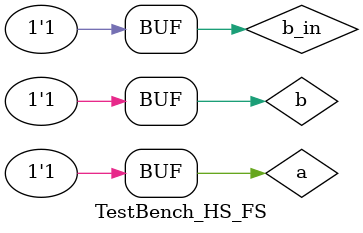
<source format=v>
module TestBench_HS_FS;
    reg a, b, b_in;
    wire diff, b_out;

    FSwithHS uud (
        .a(a),
        .b(b),
        .b_in(b_in),
        .diff(diff),
        .b_out(b_out)
    );

    initial begin
        $monitor(
            "Time: %0t | a=%b | b=%b | borrow_in=%b | difference=%b | borrow_op=%b",
            $time,
            a, b, b_in,
            diff, b_out
        );

        $dumpfile("./op/FullSubtractorwithHalfSubtractor.vcd");
        $dumpvars(0, TestBench_HS_FS);

        a = 0; b = 0; b_in = 0; #10;
        a = 0; b = 0; b_in = 1; #10;
        a = 0; b = 1; b_in = 0; #10;
        a = 0; b = 1; b_in = 1; #10;
        a = 1; b = 0; b_in = 0; #10;
        a = 1; b = 0; b_in = 1; #10;
        a = 1; b = 1; b_in = 0; #10;
        a = 1; b = 1; b_in = 1; #10;
    end

endmodule
</source>
